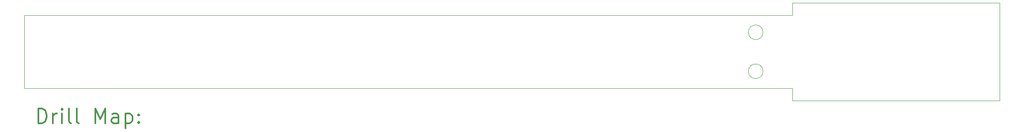
<source format=gbr>
%FSLAX45Y45*%
G04 Gerber Fmt 4.5, Leading zero omitted, Abs format (unit mm)*
G04 Created by KiCad (PCBNEW (5.1.10)-1) date 2022-04-06 13:47:04*
%MOMM*%
%LPD*%
G01*
G04 APERTURE LIST*
%TA.AperFunction,Profile*%
%ADD10C,0.038100*%
%TD*%
%ADD11C,0.200000*%
%ADD12C,0.300000*%
G04 APERTURE END LIST*
D10*
X5000000Y-10500000D02*
X20750000Y-10500000D01*
X20750000Y-9000000D02*
X5000000Y-9000000D01*
X20750000Y-10750000D02*
X20750000Y-10500000D01*
X25000000Y-10750000D02*
X20750000Y-10750000D01*
X25000000Y-10500000D02*
X25000000Y-10750000D01*
X25000000Y-8750000D02*
X25000000Y-9000000D01*
X20750000Y-8750000D02*
X25000000Y-8750000D01*
X20750000Y-9000000D02*
X20750000Y-8750000D01*
X20150000Y-10150000D02*
G75*
G03*
X20150000Y-10150000I-150000J0D01*
G01*
X20150000Y-9350000D02*
G75*
G03*
X20150000Y-9350000I-150000J0D01*
G01*
X25000000Y-10500000D02*
X25000000Y-9000000D01*
X5000000Y-9000000D02*
X5000000Y-10500000D01*
D11*
D12*
X5284523Y-11217619D02*
X5284523Y-10917619D01*
X5355952Y-10917619D01*
X5398809Y-10931905D01*
X5427381Y-10960477D01*
X5441666Y-10989048D01*
X5455952Y-11046191D01*
X5455952Y-11089048D01*
X5441666Y-11146191D01*
X5427381Y-11174762D01*
X5398809Y-11203334D01*
X5355952Y-11217619D01*
X5284523Y-11217619D01*
X5584523Y-11217619D02*
X5584523Y-11017619D01*
X5584523Y-11074762D02*
X5598809Y-11046191D01*
X5613095Y-11031905D01*
X5641666Y-11017619D01*
X5670238Y-11017619D01*
X5770238Y-11217619D02*
X5770238Y-11017619D01*
X5770238Y-10917619D02*
X5755952Y-10931905D01*
X5770238Y-10946191D01*
X5784523Y-10931905D01*
X5770238Y-10917619D01*
X5770238Y-10946191D01*
X5955952Y-11217619D02*
X5927381Y-11203334D01*
X5913095Y-11174762D01*
X5913095Y-10917619D01*
X6113095Y-11217619D02*
X6084523Y-11203334D01*
X6070238Y-11174762D01*
X6070238Y-10917619D01*
X6455952Y-11217619D02*
X6455952Y-10917619D01*
X6555952Y-11131905D01*
X6655952Y-10917619D01*
X6655952Y-11217619D01*
X6927381Y-11217619D02*
X6927381Y-11060477D01*
X6913095Y-11031905D01*
X6884523Y-11017619D01*
X6827381Y-11017619D01*
X6798809Y-11031905D01*
X6927381Y-11203334D02*
X6898809Y-11217619D01*
X6827381Y-11217619D01*
X6798809Y-11203334D01*
X6784523Y-11174762D01*
X6784523Y-11146191D01*
X6798809Y-11117619D01*
X6827381Y-11103334D01*
X6898809Y-11103334D01*
X6927381Y-11089048D01*
X7070238Y-11017619D02*
X7070238Y-11317619D01*
X7070238Y-11031905D02*
X7098809Y-11017619D01*
X7155952Y-11017619D01*
X7184523Y-11031905D01*
X7198809Y-11046191D01*
X7213095Y-11074762D01*
X7213095Y-11160477D01*
X7198809Y-11189048D01*
X7184523Y-11203334D01*
X7155952Y-11217619D01*
X7098809Y-11217619D01*
X7070238Y-11203334D01*
X7341666Y-11189048D02*
X7355952Y-11203334D01*
X7341666Y-11217619D01*
X7327381Y-11203334D01*
X7341666Y-11189048D01*
X7341666Y-11217619D01*
X7341666Y-11031905D02*
X7355952Y-11046191D01*
X7341666Y-11060477D01*
X7327381Y-11046191D01*
X7341666Y-11031905D01*
X7341666Y-11060477D01*
M02*

</source>
